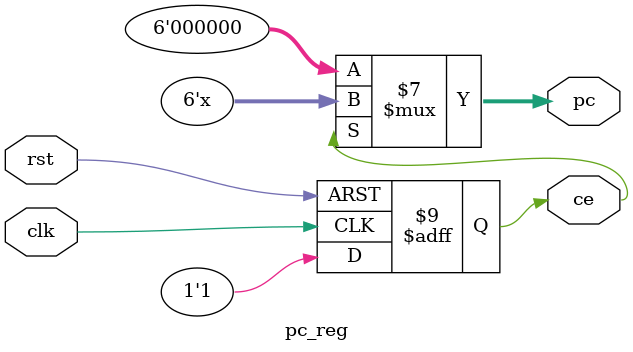
<source format=v>
/* µ¹¥X¨ú«ü¥O¦ì§}¡A¨Ã¦b¨C­ÓCLOCK¨ú«ü¥O¦ì§}»¼¼W */
module pc_reg(clk, rst, pc, ce);

	input wire 			clk; /* ®É¯ß°T¸¹ */
	input wire 			rst; /* ­«³]°T¸¹ */
	output reg [5:0]	pc;  /* ­nÅª¨úªº«ü¥O¦ì§} */
	output reg			ce;  /* «ü¥O°O¾ÐÅé±Ò¥Î°T¸¹ */
	
	/* ¦b®É¯ß°T¸¹¤W¤É½tÄ²µo */
	always @(posedge clk or negedge rst)
		begin
			/* rstÄ²µo¥B¦³®Ä®É¡A«ü¥O°O¾ÐÅé±Ò¥Î°T¸¹«hµL®Ä */
			if(!rst)
				ce <= 1'b0;
			else
				ce <= 1'b1;
		end
		
	always @(clk)
		begin
			if(ce == 1'b0)
				pc <= 6'o00;
			else
				pc <= pc + 1'b1;
		end
		
endmodule

</source>
